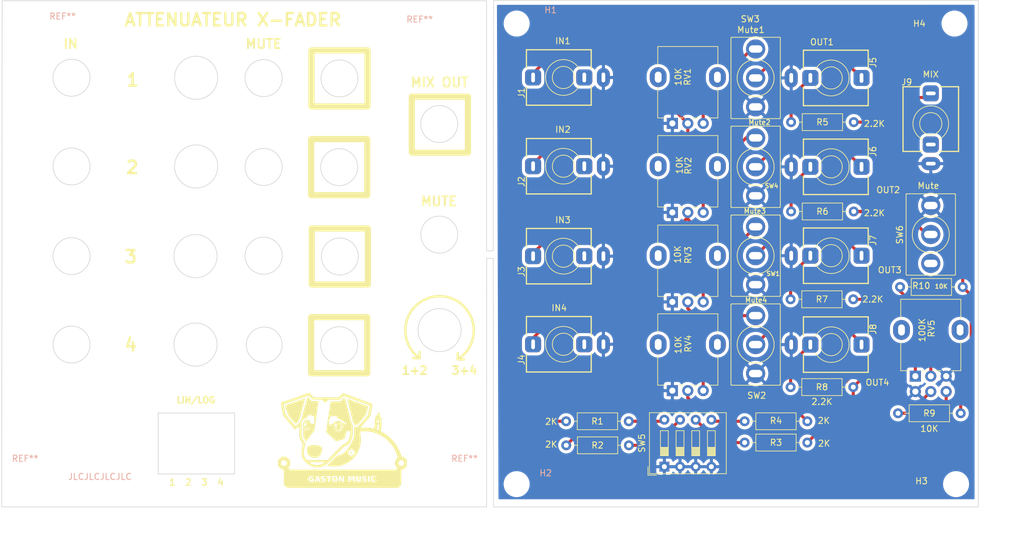
<source format=kicad_pcb>
(kicad_pcb (version 20211014) (generator pcbnew)
  (layers (0 "F.Cu" signal) (31 "B.Cu" signal) (34 "B.Paste" user) (35 "F.Paste" user) (36 "B.SilkS" user "B.Silkscreen") (37 "F.SilkS" user "F.Silkscreen") (38 "B.Mask" user) (39 "F.Mask" user) (44 "Edge.Cuts" user))
  (net 0 "")
  (net 2 "Net-(J1-PadT)")
  (net 4 "Net-(J2-PadT)")
  (net 6 "Net-(J3-PadT)")
  (net 8 "Net-(J4-PadT)")
  (net 9 "norm1")
  (net 10 "norm2")
  (net 11 "norm3")
  (net 12 "norm4")
  (net 13 "Net-(J5-PadT)")
  (net 14 "Net-(J6-PadT)")
  (net 15 "Net-(J7-PadT)")
  (net 16 "Net-(J8-PadT)")
  (net 17 "Net-(J9-PadT)")
  (net 18 "pot wp1")
  (net 20 "pot wp2")
  (net 21 "Net-(R1-Pad1)")
  (net 22 "pot wp3")
  (net 23 "Net-(R2-Pad1)")
  (net 24 "pot wp4")
  (net 25 "GND")
  (net 26 "Net-(R3-Pad1)")
  (net 27 "Net-(R4-Pad1)")
  (net 28 "Net-(R5-Pad2)")
  (net 29 "Net-(R7-Pad2)")
  (net 30 "Net-(R10-Pad1)")
  (net 31 "Net-(R9-Pad2)")
  (net 32 "Net-(R10-Pad2)")
  (footprint "Resistor_THT:R_Axial_DIN0207_L6.3mm_D2.5mm_P10.16mm_Horizontal" (layer "F.Cu") (at 154 62.5)
    (fp_text reference "R5" (at 5.08 0) (layer "F.SilkS"))
    (fp_text value "2.2K" (at 13.5 0.25) (layer "F.SilkS"))
    (pad "1" thru_hole circle (at 0 0) (size 1.6 1.6) (drill 0.8) (layers *.Cu *.Mask) (net 9 "norm1"))
    (pad "2" thru_hole oval (at 10.16 0) (size 1.6 1.6) (drill 0.8) (layers *.Cu *.Mask) (net 28 "Net-(R5-Pad2)"))
  )
  (footprint "MountingHole:MountingHole_3.2mm_M3" (layer "F.Cu") (at 180.75 121.25)
    (fp_text reference "H3" (at -5.6 -0.5) (layer "F.SilkS"))
    (fp_text value "MountingHole")
    (pad "" np_thru_hole circle (at 0 0) (size 3.2 3.2) (drill 3.2) (layers *.Cu *.Mask))
  )
  (footprint "Audio_Jack:Jack_3.5mm_QingPu_WQP-PJ301M-12_Vertical" (layer "F.Cu") (at 160.5 55.325 -90)
    (fp_text reference "J5" (at -2.5 -6.8 90) (layer "F.SilkS"))
    (fp_text value "OUT1" (at -5.825 1.5 180) (layer "F.SilkS"))
    (pad "S" thru_hole oval (at 0 6.48 270) (size 3.1 2.1) (drill oval 1.6 0.6) (layers *.Cu *.Mask) (net 25 "GND"))
    (pad "T" thru_hole roundrect (at 0 -4.92 270) (size 2.6 2.6) (drill oval 1.6 0.6) (layers *.Cu *.Mask) (net 13 "Net-(J5-PadT)"))
    (pad "TN" thru_hole roundrect (at 0 3.38 270) (size 2.6 2.6) (drill oval 1.6 0.6) (layers *.Cu *.Mask) (net 9 "norm1"))
  )
  (footprint "Potentiometer_THT:Potentiometer_Alpha_RD901F-40-00D_Single_Vertical" (layer "F.Cu") (at 134.75 62.7 90)
    (fp_text reference "RV1" (at 7.55 2.45 90) (layer "F.SilkS"))
    (fp_text value "10K" (at 7.55 0.95 90) (layer "F.SilkS"))
    (pad "" thru_hole oval locked (at 7.5 -2.3 180) (size 2.72 3.24) (drill oval 1.1 1.8) (layers *.Cu *.Mask))
    (pad "" thru_hole oval locked (at 7.5 7.3 180) (size 2.72 3.24) (drill oval 1.1 1.8) (layers *.Cu *.Mask))
    (pad "1" thru_hole rect locked (at 0 0 180) (size 1.8 1.8) (drill 1) (layers *.Cu *.Mask) (net 25 "GND"))
    (pad "2" thru_hole circle locked (at 0 2.5 180) (size 1.8 1.8) (drill 1) (layers *.Cu *.Mask) (net 18 "pot wp1"))
    (pad "3" thru_hole circle locked (at 0 5 180) (size 1.8 1.8) (drill 1) (layers *.Cu *.Mask) (net 2 "Net-(J1-PadT)"))
  )
  (footprint "Potentiometer_THT:Potentiometer_Alpha_RD902F-40-00D_Dual_Vertical" (layer "F.Cu") (at 174.15 103.725 90)
    (fp_text reference "RV5" (at 7.725 2.6 90) (layer "F.SilkS"))
    (fp_text value "100K" (at 7.475 1.1 90) (layer "F.SilkS"))
    (pad "" thru_hole oval (at 7.5 7.25 180) (size 2.72 3.24) (drill oval 1.1 1.8) (layers *.Cu *.Mask))
    (pad "" thru_hole oval (at 7.5 -2.25 180) (size 2.72 3.24) (drill oval 1.1 1.8) (layers *.Cu *.Mask))
    (pad "1" thru_hole rect (at 0 0 180) (size 1.8 1.8) (drill 1) (layers *.Cu *.Mask) (net 28 "Net-(R5-Pad2)"))
    (pad "2" thru_hole circle (at 0 2.5 180) (size 1.8 1.8) (drill 1) (layers *.Cu *.Mask) (net 32 "Net-(R10-Pad2)"))
    (pad "3" thru_hole circle (at 0 5 180) (size 1.8 1.8) (drill 1) (layers *.Cu *.Mask) (net 25 "GND"))
    (pad "4" thru_hole circle (at -2.5 0 180) (size 1.8 1.8) (drill 1) (layers *.Cu *.Mask) (net 25 "GND"))
    (pad "5" thru_hole circle (at -2.5 2.5 180) (size 1.8 1.8) (drill 1) (layers *.Cu *.Mask) (net 31 "Net-(R9-Pad2)"))
    (pad "6" thru_hole circle (at -2.5 5 180) (size 1.8 1.8) (drill 1) (layers *.Cu *.Mask) (net 29 "Net-(R7-Pad2)"))
  )
  (footprint "Audio_Jack:Jack_3.5mm_QingPu_WQP-PJ301M-12_Vertical" (layer "F.Cu") (at 117.085 98.55 90)
    (fp_text reference "J4" (at -2.5 -6.8 90) (layer "F.SilkS"))
    (fp_text value "IN4" (at 5.9 -0.685 180) (layer "F.SilkS"))
    (pad "S" thru_hole oval (at 0 6.48 90) (size 3.1 2.1) (drill oval 1.6 0.6) (layers *.Cu *.Mask) (net 25 "GND"))
    (pad "T" thru_hole roundrect (at 0 -4.92 90) (size 2.6 2.6) (drill oval 1.6 0.6) (layers *.Cu *.Mask) (net 8 "Net-(J4-PadT)"))
    (pad "TN" thru_hole roundrect (at 0 3.38 90) (size 2.6 2.6) (drill oval 1.6 0.6) (layers *.Cu *.Mask))
  )
  (footprint "Potentiometer_THT:Potentiometer_Alpha_RD901F-40-00D_Single_Vertical" (layer "F.Cu") (at 134.75 106.075 90)
    (fp_text reference "RV4" (at 7.625 2.55 90) (layer "F.SilkS"))
    (fp_text value "10K" (at 7.425 0.95 90) (layer "F.SilkS"))
    (pad "" thru_hole oval locked (at 7.5 7.3 180) (size 2.72 3.24) (drill oval 1.1 1.8) (layers *.Cu *.Mask))
    (pad "" thru_hole oval locked (at 7.5 -2.3 180) (size 2.72 3.24) (drill oval 1.1 1.8) (layers *.Cu *.Mask))
    (pad "1" thru_hole rect locked (at 0 0 180) (size 1.8 1.8) (drill 1) (layers *.Cu *.Mask) (net 25 "GND"))
    (pad "2" thru_hole circle locked (at 0 2.5 180) (size 1.8 1.8) (drill 1) (layers *.Cu *.Mask) (net 24 "pot wp4"))
    (pad "3" thru_hole circle locked (at 0 5 180) (size 1.8 1.8) (drill 1) (layers *.Cu *.Mask) (net 8 "Net-(J4-PadT)"))
  )
  (footprint "MountingHole:MountingHole_3.2mm_M3" (layer "F.Cu") (at 29.800001 121.3)
    (fp_text reference "REF**" (at 0 -4.2) (layer "B.SilkS"))
    (fp_text value "MountingHole_3.2mm_M3")
    (pad "" np_thru_hole circle locked (at 0 0) (size 3.2 3.2) (drill 3.2) (layers *.Cu *.Mask))
  )
  (footprint "Potentiometer_THT:Potentiometer_Alpha_RD901F-40-00D_Single_Vertical" (layer "F.Cu") (at 134.75 91.675 90)
    (fp_text reference "RV3" (at 7.6 2.55 90) (layer "F.SilkS"))
    (fp_text value "10K" (at 7.7 0.85 90) (layer "F.SilkS"))
    (pad "" thru_hole oval locked (at 7.5 7.3 180) (size 2.72 3.24) (drill oval 1.1 1.8) (layers *.Cu *.Mask))
    (pad "" thru_hole oval locked (at 7.5 -2.3 180) (size 2.72 3.24) (drill oval 1.1 1.8) (layers *.Cu *.Mask))
    (pad "1" thru_hole rect locked (at 0 0 180) (size 1.8 1.8) (drill 1) (layers *.Cu *.Mask) (net 25 "GND"))
    (pad "2" thru_hole circle locked (at 0 2.5 180) (size 1.8 1.8) (drill 1) (layers *.Cu *.Mask) (net 22 "pot wp3"))
    (pad "3" thru_hole circle locked (at 0 5 180) (size 1.8 1.8) (drill 1) (layers *.Cu *.Mask) (net 6 "Net-(J3-PadT)"))
  )
  (footprint "Resistor_THT:R_Axial_DIN0207_L6.3mm_D2.5mm_P10.16mm_Horizontal" (layer "F.Cu") (at 127.7 114.95 180)
    (fp_text reference "R2" (at 5.08 0) (layer "F.SilkS"))
    (fp_text value "2K" (at 12.6 0.15) (layer "F.SilkS"))
    (pad "1" thru_hole circle (at 0 0 180) (size 1.6 1.6) (drill 0.8) (layers *.Cu *.Mask) (net 23 "Net-(R2-Pad1)"))
    (pad "2" thru_hole oval (at 10.16 0 180) (size 1.6 1.6) (drill 0.8) (layers *.Cu *.Mask) (net 20 "pot wp2"))
  )
  (footprint "Audio_Jack:Jack_3.5mm_QingPu_WQP-PJ301M-12_Vertical" (layer "F.Cu") (at 160.5 84.175 -90)
    (fp_text reference "J7" (at -2.5 -6.8 90) (layer "F.SilkS"))
    (fp_text value "OUT3" (at 2.325 -9.5) (layer "F.SilkS"))
    (pad "S" thru_hole oval (at 0 6.48 270) (size 3.1 2.1) (drill oval 1.6 0.6) (layers *.Cu *.Mask) (net 25 "GND"))
    (pad "T" thru_hole roundrect (at 0 -4.92 270) (size 2.6 2.6) (drill oval 1.6 0.6) (layers *.Cu *.Mask) (net 15 "Net-(J7-PadT)"))
    (pad "TN" thru_hole roundrect (at 0 3.38 270) (size 2.6 2.6) (drill oval 1.6 0.6) (layers *.Cu *.Mask) (net 11 "norm3"))
  )
  (footprint "Audio_Jack:Jack_3.5mm_QingPu_WQP-PJ301M-12_Vertical" (layer "F.Cu") (at 160.5 98.6 -90)
    (fp_text reference "J8" (at -2.5 -6.8 90) (layer "F.SilkS"))
    (fp_text value "OUT4" (at 6.15 -7.5 180) (layer "F.SilkS"))
    (pad "S" thru_hole oval (at 0 6.48 270) (size 3.1 2.1) (drill oval 1.6 0.6) (layers *.Cu *.Mask) (net 25 "GND"))
    (pad "T" thru_hole roundrect (at 0 -4.92 270) (size 2.6 2.6) (drill oval 1.6 0.6) (layers *.Cu *.Mask) (net 16 "Net-(J8-PadT)"))
    (pad "TN" thru_hole roundrect (at 0 3.38 270) (size 2.6 2.6) (drill oval 1.6 0.6) (layers *.Cu *.Mask) (net 12 "norm4"))
  )
  (footprint "Resistor_THT:R_Axial_DIN0207_L6.3mm_D2.5mm_P10.16mm_Horizontal" (layer "F.Cu") (at 146.47 114.5)
    (fp_text reference "R3" (at 5.08 0) (layer "F.SilkS"))
    (fp_text value "2K" (at 12.88 0.15) (layer "F.SilkS"))
    (pad "1" thru_hole circle (at 0 0) (size 1.6 1.6) (drill 0.8) (layers *.Cu *.Mask) (net 26 "Net-(R3-Pad1)"))
    (pad "2" thru_hole oval (at 10.16 0) (size 1.6 1.6) (drill 0.8) (layers *.Cu *.Mask) (net 22 "pot wp3"))
  )
  (footprint "4MS_switch:Switch_Toggle_SPDT_Mini_SolderLug" (layer "F.Cu") (at 148.25 55.325 180)
    (fp_text reference "SW3" (at -0.75 8.975) (layer "F.SilkS") (effects (justify right bottom)))
    (fp_text value "Mute1" (at -1.55 7.225) (layer "F.SilkS") (effects (justify right bottom)))
    (pad "1" thru_hole circle locked (at 0 -4.7 180) (size 3.1 3.1) (drill oval 2.2 1.2) (layers *.Cu *.Mask) (net 25 "GND"))
    (pad "2" thru_hole circle locked (at 0 0 180) (size 3.1 3.1) (drill oval 2.2 1.2) (layers *.Cu *.Mask) (net 13 "Net-(J5-PadT)"))
    (pad "3" thru_hole circle locked (at 0 4.7 180) (size 3.1 3.1) (drill oval 2.2 1.2) (layers *.Cu *.Mask) (net 18 "pot wp1"))
  )
  (footprint "Resistor_THT:R_Axial_DIN0207_L6.3mm_D2.5mm_P10.16mm_Horizontal" (layer "F.Cu") (at 146.47 111.05)
    (fp_text reference "R4" (at 5.08 -0.1) (layer "F.SilkS"))
    (fp_text value "2K" (at 12.83 -0.1) (layer "F.SilkS"))
    (pad "1" thru_hole circle (at 0 0) (size 1.6 1.6) (drill 0.8) (layers *.Cu *.Mask) (net 27 "Net-(R4-Pad1)"))
    (pad "2" thru_hole oval (at 10.16 0) (size 1.6 1.6) (drill 0.8) (layers *.Cu *.Mask) (net 24 "pot wp4"))
  )
  (footprint "Resistor_THT:R_Axial_DIN0207_L6.3mm_D2.5mm_P10.16mm_Horizontal" (layer "F.Cu") (at 181.5 109.75 180)
    (fp_text reference "R9" (at 5.08 0) (layer "F.SilkS"))
    (fp_text value "10K" (at 5.08 -2.5) (layer "F.SilkS"))
    (pad "1" thru_hole circle (at 0 0 180) (size 1.6 1.6) (drill 0.8) (layers *.Cu *.Mask) (net 30 "Net-(R10-Pad1)"))
    (pad "2" thru_hole oval (at 10.16 0 180) (size 1.6 1.6) (drill 0.8) (layers *.Cu *.Mask) (net 31 "Net-(R9-Pad2)"))
  )
  (footprint "Resistor_THT:R_Axial_DIN0207_L6.3mm_D2.5mm_P10.16mm_Horizontal" (layer "F.Cu") (at 127.68 111.05 180)
    (fp_text reference "R1" (at 5.08 0) (layer "F.SilkS"))
    (fp_text value "2K" (at 12.58 -0.05) (layer "F.SilkS"))
    (pad "1" thru_hole circle (at 0 0 180) (size 1.6 1.6) (drill 0.8) (layers *.Cu *.Mask) (net 21 "Net-(R1-Pad1)"))
    (pad "2" thru_hole oval (at 10.16 0 180) (size 1.6 1.6) (drill 0.8) (layers *.Cu *.Mask) (net 18 "pot wp1"))
  )
  (footprint "MountingHole:MountingHole_3.2mm_M3" (layer "F.Cu") (at 100.800001 46.55)
    (fp_text reference "REF**" (at -7.025 -0.725) (layer "B.SilkS"))
    (fp_text value "MountingHole_3.2mm_M3")
    (pad "" np_thru_hole circle locked (at 0 0) (size 3.2 3.2) (drill 3.2) (layers *.Cu *.Mask))
  )
  (footprint "Audio_Jack:Jack_3.5mm_QingPu_WQP-PJ301M-12_Vertical" (layer "F.Cu") (at 117.085 55.25 90)
    (fp_text reference "J1" (at -2.5 -6.8 90) (layer "F.SilkS"))
    (fp_text value "IN1" (at 5.925 -0.085) (layer "F.SilkS"))
    (pad "S" thru_hole oval (at 0 6.48 90) (size 3.1 2.1) (drill oval 1.6 0.6) (layers *.Cu *.Mask) (net 25 "GND"))
    (pad "T" thru_hole roundrect (at 0 -4.92 90) (size 2.6 2.6) (drill oval 1.6 0.6) (layers *.Cu *.Mask) (net 2 "Net-(J1-PadT)"))
    (pad "TN" thru_hole roundrect (at 0 3.38 90) (size 2.6 2.6) (drill oval 1.6 0.6) (layers *.Cu *.Mask))
  )
  (footprint "Potentiometer_THT:Potentiometer_Alpha_RD901F-40-00D_Single_Vertical" (layer "F.Cu") (at 134.75 77.15 90)
    (fp_text reference "RV2" (at 7.575 2.55 90) (layer "F.SilkS"))
    (fp_text value "10K" (at 7.675 1.15 90) (layer "F.SilkS"))
    (pad "" thru_hole oval locked (at 7.5 -2.3 180) (size 2.72 3.24) (drill oval 1.1 1.8) (layers *.Cu *.Mask))
    (pad "" thru_hole oval locked (at 7.5 7.3 180) (size 2.72 3.24) (drill oval 1.1 1.8) (layers *.Cu *.Mask))
    (pad "1" thru_hole rect locked (at 0 0 180) (size 1.8 1.8) (drill 1) (layers *.Cu *.Mask) (net 25 "GND"))
    (pad "2" thru_hole circle locked (at 0 2.5 180) (size 1.8 1.8) (drill 1) (layers *.Cu *.Mask) (net 20 "pot wp2"))
    (pad "3" thru_hole circle locked (at 0 5 180) (size 1.8 1.8) (drill 1) (layers *.Cu *.Mask) (net 4 "Net-(J2-PadT)"))
  )
  (footprint "MountingHole:MountingHole_3.2mm_M3" (layer "F.Cu") (at 101.050001 121.3)
    (fp_text reference "REF**" (at 0 -4.2) (layer "B.SilkS"))
    (fp_text value "MountingHole_3.2mm_M3")
    (pad "" np_thru_hole circle locked (at 0 0) (size 3.2 3.2) (drill 3.2) (layers *.Cu *.Mask))
  )
  (footprint "Resistor_THT:R_Axial_DIN0207_L6.3mm_D2.5mm_P10.16mm_Horizontal" (layer "F.Cu") (at 153.92 105.5)
    (fp_text reference "R8" (at 5.08 0) (layer "F.SilkS"))
    (fp_text value "2.2K" (at 5.08 2.37) (layer "F.SilkS"))
    (pad "1" thru_hole circle (at 0 0) (size 1.6 1.6) (drill 0.8) (layers *.Cu *.Mask) (net 12 "norm4"))
    (pad "2" thru_hole oval (at 10.16 0) (size 1.6 1.6) (drill 0.8) (layers *.Cu *.Mask) (net 29 "Net-(R7-Pad2)"))
  )
  (footprint "4MS_switch:Switch_Toggle_SPDT_Mini_SolderLug" (layer "F.Cu") (at 176.65 80.7275 180)
    (fp_text reference "SW6" (at 4.45 1.5775 90) (layer "F.SilkS") (effects (justify right bottom)))
    (fp_text value "Mute" (at -1.45 7.3275) (layer "F.SilkS") (effects (justify right bottom)))
    (pad "1" thru_hole circle locked (at 0 -4.7 180) (size 3.1 3.1) (drill oval 2.2 1.2) (layers *.Cu *.Mask) (net 25 "GND"))
    (pad "2" thru_hole circle locked (at 0 0 180) (size 3.1 3.1) (drill oval 2.2 1.2) (layers *.Cu *.Mask) (net 17 "Net-(J9-PadT)"))
    (pad "3" thru_hole circle locked (at 0 4.7 180) (size 3.1 3.1) (drill oval 2.2 1.2) (layers *.Cu *.Mask) (net 30 "Net-(R10-Pad1)"))
  )
  (footprint "4MS_switch:Switch_Toggle_SPDT_Mini_SolderLug" (layer "F.Cu") (at 148.25 98.6 180)
    (fp_text reference "SW2" (at -1.8 -8.85) (layer "F.SilkS") (effects (justify right bottom)))
    (fp_text value "Mute4" (at -1.95 6.75) (layer "F.SilkS") (effects (font (size 0.8 0.8)) (justify right bottom)))
    (pad "1" thru_hole circle locked (at 0 -4.7 180) (size 3.1 3.1) (drill oval 2.2 1.2) (layers *.Cu *.Mask) (net 25 "GND"))
    (pad "2" thru_hole circle locked (at 0 0 180) (size 3.1 3.1) (drill oval 2.2 1.2) (layers *.Cu *.Mask) (net 16 "Net-(J8-PadT)"))
    (pad "3" thru_hole circle locked (at 0 4.7 180) (size 3.1 3.1) (drill oval 2.2 1.2) (layers *.Cu *.Mask) (net 24 "pot wp4"))
  )
  (footprint "MountingHole:MountingHole_3.2mm_M3" (layer "F.Cu") (at 109.5 46.5)
    (fp_text reference "H1" (at 5.5 -2.2) (layer "B.SilkS"))
    (fp_text value "MountingHole")
    (pad "" np_thru_hole circle locked (at 0 0) (size 3.2 3.2) (drill 3.2) (layers *.Cu *.Mask))
  )
  (footprint "Button_Switch_THT:SW_DIP_SPSTx04_Slide_9.78x12.34mm_W7.62mm_P2.54mm" (layer "F.Cu") (at 133.45 118.4175 90)
    (fp_text reference "SW5" (at 3.8175 -3.65 90) (layer "F.SilkS"))
    (fp_text value "LIN/LOG")
    (pad "1" thru_hole rect (at 0 0 90) (size 1.6 1.6) (drill 0.8) (layers *.Cu *.Mask) (net 25 "GND"))
    (pad "2" thru_hole oval (at 0 2.54 90) (size 1.6 1.6) (drill 0.8) (layers *.Cu *.Mask) (net 25 "GND"))
    (pad "3" thru_hole oval (at 0 5.08 90) (size 1.6 1.6) (drill 0.8) (layers *.Cu *.Mask) (net 25 "GND"))
    (pad "4" thru_hole oval (at 0 7.62 90) (size 1.6 1.6) (drill 0.8) (layers *.Cu *.Mask) (net 25 "GND"))
    (pad "5" thru_hole oval (at 7.62 7.62 90) (size 1.6 1.6) (drill 0.8) (layers *.Cu *.Mask) (net 27 "Net-(R4-Pad1)"))
    (pad "6" thru_hole oval (at 7.62 5.08 90) (size 1.6 1.6) (drill 0.8) (layers *.Cu *.Mask) (net 26 "Net-(R3-Pad1)"))
    (pad "7" thru_hole oval (at 7.62 2.54 90) (size 1.6 1.6) (drill 0.8) (layers *.Cu *.Mask) (net 23 "Net-(R2-Pad1)"))
    (pad "8" thru_hole oval (at 7.62 0 90) (size 1.6 1.6) (drill 0.8) (layers *.Cu *.Mask) (net 21 "Net-(R1-Pad1)"))
  )
  (footprint "Resistor_THT:R_Axial_DIN0207_L6.3mm_D2.5mm_P10.16mm_Horizontal" (layer "F.Cu") (at 181.83 89.25 180)
    (fp_text reference "R10" (at 6.73 0.2) (layer "F.SilkS"))
    (fp_text value "10K" (at 3.48 0.1) (layer "F.SilkS") (effects (font (size 0.7 0.7))))
    (pad "1" thru_hole circle (at 0 0 180) (size 1.6 1.6) (drill 0.8) (layers *.Cu *.Mask) (net 30 "Net-(R10-Pad1)"))
    (pad "2" thru_hole oval (at 10.16 0 180) (size 1.6 1.6) (drill 0.8) (layers *.Cu *.Mask) (net 32 "Net-(R10-Pad2)"))
  )
  (footprint "MountingHole:MountingHole_3.2mm_M3" (layer "F.Cu") (at 109.5 121.25)
    (fp_text reference "H2" (at 4.7 -1.8) (layer "B.SilkS"))
    (fp_text value "MountingHole")
    (pad "" np_thru_hole circle locked (at 0 0) (size 3.2 3.2) (drill 3.2) (layers *.Cu *.Mask))
  )
  (footprint "MountingHole:MountingHole_3.2mm_M3" (layer "F.Cu") (at 180.5 46.5)
    (fp_text reference "H4" (at -5.7 0) (layer "F.SilkS"))
    (fp_text value "MountingHole")
    (pad "" np_thru_hole circle (at 0 0) (size 3.2 3.2) (drill 3.2) (layers *.Cu *.Mask))
  )
  (footprint "Logos:Gaston Music-big" (layer "F.Cu") (at 81.250001 116.276692)
    (fp_text reference "G***" hide)
    (fp_text value "LOGO" hide)
  )
  (footprint "4MS_switch:Switch_Toggle_SPDT_Mini_SolderLug" (layer "F.Cu") (at 148.25 69.75 180)
    (fp_text reference "SW4" (at -3.75 -3.5) (layer "F.SilkS") (effects (font (size 0.7 0.7)) (justify right bottom)))
    (fp_text value "Mute2" (at -2.5 6.75) (layer "F.SilkS") (effects (font (size 0.8 0.8)) (justify right bottom)))
    (pad "1" thru_hole circle locked (at 0 -4.7 180) (size 3.1 3.1) (drill oval 2.2 1.2) (layers *.Cu *.Mask) (net 25 "GND"))
    (pad "2" thru_hole circle locked (at 0 0 180) (size 3.1 3.1) (drill oval 2.2 1.2) (layers *.Cu *.Mask) (net 14 "Net-(J6-PadT)"))
    (pad "3" thru_hole circle locked (at 0 4.7 180) (size 3.1 3.1) (drill oval 2.2 1.2) (layers *.Cu *.Mask) (net 20 "pot wp2"))
  )
  (footprint "Audio_Jack:Jack_3.5mm_QingPu_WQP-PJ301M-12_Vertical" (layer "F.Cu") (at 117.085 69.65 90)
    (fp_text reference "J2" (at -2.5 -6.8 90) (layer "F.SilkS"))
    (fp_text value "IN2" (at 5.95 -0.085 180) (layer "F.SilkS"))
    (pad "S" thru_hole oval (at 0 6.48 90) (size 3.1 2.1) (drill oval 1.6 0.6) (layers *.Cu *.Mask) (net 25 "GND"))
    (pad "T" thru_hole roundrect (at 0 -4.92 90) (size 2.6 2.6) (drill oval 1.6 0.6) (layers *.Cu *.Mask) (net 4 "Net-(J2-PadT)"))
    (pad "TN" thru_hole roundrect (at 0 3.38 90) (size 2.6 2.6) (drill oval 1.6 0.6) (layers *.Cu *.Mask))
  )
  (footprint "Audio_Jack:Jack_3.5mm_QingPu_WQP-PJ301M-12_Vertical" (layer "F.Cu") (at 117.085 84.25 90)
    (fp_text reference "J3" (at -2.5 -6.8 90) (layer "F.SilkS"))
    (fp_text value "IN3" (at 5.875 -0.085 180) (layer "F.SilkS"))
    (pad "S" thru_hole oval (at 0 6.48 90) (size 3.1 2.1) (drill oval 1.6 0.6) (layers *.Cu *.Mask) (net 25 "GND"))
    (pad "T" thru_hole roundrect (at 0 -4.92 90) (size 2.6 2.6) (drill oval 1.6 0.6) (layers *.Cu *.Mask) (net 6 "Net-(J3-PadT)"))
    (pad "TN" thru_hole roundrect (at 0 3.38 90) (size 2.6 2.6) (drill oval 1.6 0.6) (layers *.Cu *.Mask))
  )
  (footprint "Audio_Jack:Jack_3.5mm_QingPu_WQP-PJ301M-12_Vertical" (layer "F.Cu") (at 160.5 69.75 -90)
    (fp_text reference "J6" (at -2.5 -6.8 90) (layer "F.SilkS"))
    (fp_text value "OUT2" (at 3.75 -9.25 180) (layer "F.SilkS"))
    (pad "S" thru_hole oval locked (at 0 6.48 270) (size 3.1 2.1) (drill oval 1.6 0.6) (layers *.Cu *.Mask) (net 25 "GND"))
    (pad "T" thru_hole roundrect locked (at 0 -4.92 270) (size 2.6 2.6) (drill oval 1.6 0.6) (layers *.Cu *.Mask) (net 14 "Net-(J6-PadT)"))
    (pad "TN" thru_hole roundrect locked (at 0 3.38 270) (size 2.6 2.6) (drill oval 1.6 0.6) (layers *.Cu *.Mask) (net 10 "norm2"))
  )
  (footprint "MountingHole:MountingHole_3.2mm_M3" (layer "F.Cu") (at 29.800001 46.55)
    (fp_text reference "REF**" (at 6.075 -1.225) (layer "B.SilkS"))
    (fp_text value "MountingHole_3.2mm_M3")
    (pad "" np_thru_hole circle locked (at 0 0) (size 3.2 3.2) (drill 3.2) (layers *.Cu *.Mask))
  )
  (footprint "Resistor_THT:R_Axial_DIN0207_L6.3mm_D2.5mm_P10.16mm_Horizontal" (layer "F.Cu") (at 153.92 91.25)
    (fp_text reference "R7" (at 5.08 0) (layer "F.SilkS"))
    (fp_text value "2.2K" (at 13.33 0) (layer "F.SilkS"))
    (pad "1" thru_hole circle (at 0 0) (size 1.6 1.6) (drill 0.8) (layers *.Cu *.Mask) (net 11 "norm3"))
    (pad "2" thru_hole oval (at 10.16 0) (size 1.6 1.6) (drill 0.8) (layers *.Cu *.Mask) (net 29 "Net-(R7-Pad2)"))
  )
  (footprint "4MS_switch:Switch_Toggle_SPDT_Mini_SolderLug" (layer "F.Cu") (at 148.25 84.175 180)
    (fp_text reference "SW1" (at -4 -3.325) (layer "F.SilkS") (effects (font (size 0.7 0.7)) (justify right bottom)))
    (fp_text value "Mute3" (at -1.75 6.775) (layer "F.SilkS") (effects (font (size 0.8 0.8)) (justify right bottom)))
    (pad "1" thru_hole circle locked (at 0 -4.7 180) (size 3.1 3.1) (drill oval 2.2 1.2) (layers *.Cu *.Mask) (net 25 "GND"))
    (pad "2" thru_hole circle locked (at 0 0 180) (size 3.1 3.1) (drill oval 2.2 1.2) (layers *.Cu *.Mask) (net 15 "Net-(J7-PadT)"))
    (pad "3" thru_hole circle locked (at 0 4.7 180) (size 3.1 3.1) (drill oval 2.2 1.2) (layers *.Cu *.Mask) (net 22 "pot wp3"))
  )
  (footprint "Resistor_THT:R_Axial_DIN0207_L6.3mm_D2.5mm_P10.16mm_Horizontal" (layer "F.Cu") (at 154 77)
    (fp_text reference "R6" (at 5.08 0) (layer "F.SilkS"))
    (fp_text value "2.2K" (at 13.5 0.25) (layer "F.SilkS"))
    (pad "1" thru_hole circle (at 0 0) (size 1.6 1.6) (drill 0.8) (layers *.Cu *.Mask) (net 10 "norm2"))
    (pad "2" thru_hole oval (at 10.16 0) (size 1.6 1.6) (drill 0.8) (layers *.Cu *.Mask) (net 28 "Net-(R5-Pad2)"))
  )
  (footprint "Audio_Jack:Jack_3.5mm_QingPu_WQP-PJ301M-12_Vertical" (layer "F.Cu") (at 176.65 62.75)
    (fp_text reference "J9" (at -3.9 -6.75) (layer "F.SilkS"))
    (fp_text value "MIX" (at 0 -8) (layer "F.SilkS"))
    (pad "S" thru_hole oval (at 0 6.48) (size 3.1 2.1) (drill oval 1.6 0.6) (layers *.Cu *.Mask) (net 25 "GND"))
    (pad "T" thru_hole roundrect (at 0 -4.92) (size 2.6 2.6) (drill oval 1.6 0.6) (layers *.Cu *.Mask) (net 17 "Net-(J9-PadT)"))
    (pad "TN" thru_hole roundrect (at 0 3.38) (size 2.6 2.6) (drill oval 1.6 0.6) (layers *.Cu *.Mask))
  )
  (gr_rect locked (start 92.500001 58.35) (end 101.600001 67.45) (layer "F.SilkS") (width 1) (fill none))
  (gr_line locked (start 99.950001 101) (end 100.95 101) (layer "F.SilkS") (width 0.4))
  (gr_rect locked (start 76.175001 65.25) (end 85.275001 74.35) (layer "F.SilkS") (width 1) (fill none))
  (gr_rect locked (start 76.225001 50.85) (end 85.325001 59.95) (layer "F.SilkS") (width 1) (fill none))
  (gr_rect locked (start 76.175001 94.15) (end 85.275001 103.25) (layer "F.SilkS") (width 1) (fill none))
  (gr_rect locked (start 76.275001 79.75) (end 85.375001 88.85) (layer "F.SilkS") (width 1) (fill none))
  (gr_line locked (start 93.750001 100.799999) (end 93.750001 99.8) (layer "F.SilkS") (width 0.4))
  (gr_arc locked (start 93.750001 100.799999) (mid 97.17252 90.751782) (end 99.964143 100.993224) (layer "F.SilkS") (width 0.4))
  (gr_line locked (start 92.750001 100.8) (end 93.750001 100.799999) (layer "F.SilkS") (width 0.4))
  (gr_line locked (start 99.95 100) (end 99.950001 101) (layer "F.SilkS") (width 0.4))
  (gr_circle locked (center 37.325001 55.293112) (end 40.325001 55.293112) (layer "Edge.Cuts") (width 0.1) (fill none))
  (gr_circle locked (center 37.325001 69.693112) (end 40.325001 69.693112) (layer "Edge.Cuts") (width 0.1) (fill none))
  (gr_circle locked (center 68.468113 55.35) (end 70.518113 57.55) (layer "Edge.Cuts") (width 0.1) (fill none))
  (gr_circle locked (center 57.425001 84.243112) (end 59.525001 87.043112) (layer "Edge.Cuts") (width 0.1) (fill none))
  (gr_circle locked (center 57.525001 55.293112) (end 59.625001 58.093112) (layer "Edge.Cuts") (width 0.1) (fill none))
  (gr_circle locked (center 80.825001 84.3) (end 83.825001 84.3) (layer "Edge.Cuts") (width 0.1) (fill none))
  (gr_circle locked (center 80.775001 55.4) (end 83.775001 55.4) (layer "Edge.Cuts") (width 0.1) (fill none))
  (gr_poly (pts (xy 184.35 124.95) (xy 105.75 124.95) (xy 105.7 84.6) (xy 104.642076 84.6) (xy 104.625001 124.95) (xy 26.075001 124.95) (xy 26 124.9) (xy 26.075001 42.8) (xy 104.625001 42.8) (xy 104.625001 83.4) (xy 105.7 83.4) (xy 105.75 42.75) (xy 184.35 42.75)) (layer "Edge.Cuts") (width 0.1) (fill none))
  (gr_circle locked (center 68.568113 98.65) (end 70.468113 100.85) (layer "Edge.Cuts") (width 0.1) (fill none))
  (gr_circle locked (center 57.525001 69.693112) (end 59.625001 72.493112) (layer "Edge.Cuts") (width 0.1) (fill none))
  (gr_circle locked (center 97.000001 96.25) (end 99.100001 99.05) (layer "Edge.Cuts") (width 0.1) (fill none))
  (gr_circle locked (center 68.468113 69.775) (end 70.518113 71.975) (layer "Edge.Cuts") (width 0.1) (fill none))
  (gr_circle locked (center 68.468113 84.175) (end 70.518113 86.375) (layer "Edge.Cuts") (width 0.1) (fill none))
  (gr_circle locked (center 37.325001 98.593112) (end 40.325001 98.593112) (layer "Edge.Cuts") (width 0.1) (fill none))
  (gr_circle locked (center 80.725001 98.7) (end 83.725001 98.7) (layer "Edge.Cuts") (width 0.1) (fill none))
  (gr_circle locked (center 37.325001 84.243112) (end 40.325001 84.243112) (layer "Edge.Cuts") (width 0.1) (fill none))
  (gr_rect locked (start 51.375001 109.7) (end 63.775001 119.6) (layer "Edge.Cuts") (width 0.1) (fill none))
  (gr_circle locked (center 96.950001 80.75) (end 99.950001 80.75) (layer "Edge.Cuts") (width 0.1) (fill none))
  (gr_circle locked (center 57.425001 98.593112) (end 59.525001 101.393112) (layer "Edge.Cuts") (width 0.1) (fill none))
  (gr_circle locked (center 80.725001 69.8) (end 83.725001 69.8) (layer "Edge.Cuts") (width 0.1) (fill none))
  (gr_circle locked (center 96.950001 62.8) (end 99.950001 62.8) (layer "Edge.Cuts") (width 0.1) (fill none))
  (gr_text "JLCJLCJLCJLC" (at 41.925001 120.0425) (layer "B.SilkS") (effects (font (size 1 1))))
  (gr_text "4" (at 46.925001 98.65) (layer "F.SilkS") (effects (font (size 2 2) (thickness 0.4))))
  (gr_text "1" (at 47.225001 55.65) (layer "F.SilkS") (effects (font (size 2 2) (thickness 0.4))))
  (gr_text "MIX OUT" (at 97.000001 56.05) (layer "F.SilkS") (effects (font (size 1.5 1.5) (thickness 0.3))))
  (gr_text "1+2    3+4" (at 97.000001 102.8) (layer "F.SilkS") (effects (font (size 1.3 1.3) (thickness 0.3))))
  (gr_text "3" (at 46.925001 84.35) (layer "F.SilkS") (effects (font (size 2 2) (thickness 0.4))))
  (gr_text "1  2  3  4" (at 57.575001 120.9425) (layer "F.SilkS") (effects (font (size 1.05 1.05) (thickness 0.2))))
  (gr_text "LIN/LOG" (at 57.500001 107.6) (layer "F.SilkS") (effects (font (size 1 1) (thickness 0.25))))
  (gr_text "MUTE" (at 96.900001 75.35) (layer "F.SilkS") (effects (font (size 1.5 1.5) (thickness 0.3))))
  (gr_text "MUTE" (at 68.468113 49.8) (layer "F.SilkS") (effects (font (size 1.5 1.5) (thickness 0.3))))
  (gr_text "2" (at 47.175001 69.85) (layer "F.SilkS") (effects (font (size 2 2) (thickness 0.4))))
  (gr_text "IN" (at 37.175001 49.8) (layer "F.SilkS") (effects (font (size 1.5 1.5) (thickness 0.3))))
  (gr_text "ATTENUATEUR X-FADER" (at 63.500001 45.9) (layer "F.SilkS") (effects (font (size 2 2) (thickness 0.4))))
  (segment (start 112.165 55.25) (end 112.165 54.585) (width 0.5) (layer "F.Cu") (net 2))
  (segment (start 118.6 48.15) (end 134.55 48.15) (width 0.5) (layer "F.Cu") (net 2))
  (segment (start 139.75 53.35) (end 139.75 62.7) (width 0.5) (layer "F.Cu") (net 2))
  (segment (start 112.165 54.585) (end 118.6 48.15) (width 0.5) (layer "F.Cu") (net 2))
  (segment (start 134.55 48.15) (end 139.75 53.35) (width 0.5) (layer "F.Cu") (net 2))
  (segment (start 112.165 69.285) (end 118.1 63.35) (width 0.5) (layer "F.Cu") (net 4))
  (segment (start 139.8 71.6) (end 139.75 71.65) (width 0.5) (layer "F.Cu") (net 4))
  (segment (start 139.7 71.6) (end 139.8 71.6) (width 0.5) (layer "F.Cu") (net 4))
  (segment (start 131.45 63.35) (end 139.7 71.6) (width 0.5) (layer "F.Cu") (net 4))
  (segment (start 118.1 63.35) (end 131.45 63.35) (width 0.5) (layer "F.Cu") (net 4))
  (segment (start 112.165 69.65) (end 112.165 69.285) (width 0.5) (layer "F.Cu") (net 4))
  (segment (start 139.75 71.65) (end 139.75 77.15) (width 0.5) (layer "F.Cu") (net 4))
  (segment (start 139.75 87.9) (end 139.75 91.675) (width 0.5) (layer "F.Cu") (net 6))
  (segment (start 112.165 83.785) (end 115.2 80.75) (width 0.5) (layer "F.Cu") (net 6))
  (segment (start 132.6 80.75) (end 139.75 87.9) (width 0.5) (layer "F.Cu") (net 6))
  (segment (start 112.165 84.25) (end 112.165 83.785) (width 0.5) (layer "F.Cu") (net 6))
  (segment (start 115.2 80.75) (end 132.6 80.75) (width 0.5) (layer "F.Cu") (net 6))
  (segment (start 131 91.6) (end 139.75 100.35) (width 0.5) (layer "F.Cu") (net 8))
  (segment (start 112.165 97.535) (end 118.1 91.6) (width 0.5) (layer "F.Cu") (net 8))
  (segment (start 112.165 98.55) (end 112.165 97.535) (width 0.5) (layer "F.Cu") (net 8))
  (segment (start 118.1 91.6) (end 131 91.6) (width 0.5) (layer "F.Cu") (net 8))
  (segment (start 139.75 100.35) (end 139.75 106.075) (width 0.5) (layer "F.Cu") (net 8))
  (segment (start 154 58.445) (end 157.12 55.325) (width 0.5) (layer "F.Cu") (net 9))
  (segment (start 154 62.5) (end 154 58.445) (width 0.5) (layer "F.Cu") (net 9))
  (segment (start 157.12 69.75) (end 154 72.87) (width 0.5) (layer "F.Cu") (net 10))
  (segment (start 154 72.87) (end 154 77) (width 0.5) (layer "F.Cu") (net 10))
  (segment (start 157.12 84.175) (end 153.92 87.375) (width 0.5) (layer "F.Cu") (net 11))
  (segment (start 153.92 87.375) (end 153.92 91.25) (width 0.5) (layer "F.Cu") (net 11))
  (segment (start 153.92 101.8) (end 153.92 105.5) (width 0.5) (layer "F.Cu") (net 12))
  (segment (start 157.12 98.6) (end 153.92 101.8) (width 0.5) (layer "F.Cu") (net 12))
  (segment (start 161.595 51.5) (end 165.42 55.325) (width 0.5) (layer "F.Cu") (net 13))
  (segment (start 148.25 55.325) (end 152.075 51.5) (width 0.5) (layer "F.Cu") (net 13))
  (segment (start 152.075 51.5) (end 161.595 51.5) (width 0.5) (layer "F.Cu") (net 13))
  (segment (start 148.25 69.75) (end 152 66) (width 0.5) (layer "F.Cu") (net 14))
  (segment (start 152 66) (end 161.67 66) (width 0.5) (layer "F.Cu") (net 14))
  (segment (start 161.67 66) (end 165.42 69.75) (width 0.5) (layer "F.Cu") (net 14))
  (segment (start 161.745 80.5) (end 165.42 84.175) (width 0.5) (layer "F.Cu") (net 15))
  (segment (start 148.25 84.175) (end 151.925 80.5) (width 0.5) (layer "F.Cu") (net 15))
  (segment (start 151.925 80.5) (end 161.745 80.5) (width 0.5) (layer "F.Cu") (net 15))
  (segment (start 148.25 98.6) (end 151.85 95) (width 0.5) (layer "F.Cu") (net 16))
  (segment (start 162 95) (end 165.42 98.42) (width 0.5) (layer "F.Cu") (net 16))
  (segment (start 151.85 95) (end 162 95) (width 0.5) (layer "F.Cu") (net 16))
  (segment (start 165.42 98.42) (end 165.42 98.6) (width 0.5) (layer "F.Cu") (net 16))
  (segment (start 175.98 58.5) (end 174.25 58.5) (width 0.5) (layer "F.Cu") (net 17))
  (segment (start 175.9775 80.7275) (end 176.65 80.7275) (width 0.5) (layer "F.Cu") (net 17))
  (segment (start 174.25 58.5) (end 173 59.75) (width 0.5) (layer "F.Cu") (net 17))
  (segment (start 176.65 57.83) (end 175.98 58.5) (width 0.5) (layer "F.Cu") (net 17))
  (segment (start 173 59.75) (end 173 77.75) (width 0.5) (layer "F.Cu") (net 17))
  (segment (start 173 77.75) (end 175.9775 80.7275) (width 0.5) (layer "F.Cu") (net 17))
  (segment (start 147.625 50.625) (end 148.25 50.625) (width 0.5) (layer "F.Cu") (net 18))
  (segment (start 114.6 111.05) (end 107.25 103.7) (width 0.5) (layer "F.Cu") (net 18))
  (segment (start 117.52 111.05) (end 114.6 111.05) (width 0.5) (layer "F.Cu") (net 18))
  (segment (start 145.5 52.75) (end 147.625 50.625) (width 0.5) (layer "F.Cu") (net 18))
  (segment (start 107.25 70.65) (end 117.2 60.7) (width 0.5) (layer "F.Cu") (net 18))
  (segment (start 141.75 65.25) (end 145.5 61.5) (width 0.5) (layer "F.Cu") (net 18))
  (segment (start 138.25 65.25) (end 141.75 65.25) (width 0.5) (layer "F.Cu") (net 18))
  (segment (start 137.25 64.25) (end 138.25 65.25) (width 0.5) (layer "F.Cu") (net 18))
  (segment (start 145.5 61.5) (end 145.5 52.75) (width 0.5) (layer "F.Cu") (net 18))
  (segment (start 135.25 60.7) (end 137.25 62.7) (width 0.5) (layer "F.Cu") (net 18))
  (segment (start 107.25 103.7) (end 107.25 70.65) (width 0.5) (layer "F.Cu") (net 18))
  (segment (start 137.25 62.7) (end 137.25 64.25) (width 0.5) (layer "F.Cu") (net 18))
  (segment (start 117.2 60.7) (end 135.25 60.7) (width 0.5) (layer "F.Cu") (net 18))
  (segment (start 120.09 112.4) (end 120.3 112.4) (width 0.5) (layer "F.Cu") (net 20))
  (segment (start 117.54 114.95) (end 120.09 112.4) (width 0.5) (layer "F.Cu") (net 20))
  (segment (start 142.25 79) (end 145.25 76) (width 0.5) (layer "F.Cu") (net 20))
  (segment (start 109.2 101.6) (end 109.2 79.1) (width 0.5) (layer "F.Cu") (net 20))
  (segment (start 146.7 65.05) (end 148.25 65.05) (width 0.5) (layer "F.Cu") (net 20))
  (segment (start 145.25 76) (end 145.25 66.5) (width 0.5) (layer "F.Cu") (net 20))
  (segment (start 133.6 79.2) (end 136 79.2) (width 0.5) (layer "F.Cu") (net 20))
  (segment (start 113.65 74.65) (end 129.05 74.65) (width 0.5) (layer "F.Cu") (net 20))
  (segment (start 120.3 108.6) (end 115.4 103.7) (width 0.5) (layer "F.Cu") (net 20))
  (segment (start 137.25 77.15) (end 137.25 78.25) (width 0.5) (layer "F.Cu") (net 20))
  (segment (start 137.25 77.95) (end 137.25 77.15) (width 0.5) (layer "F.Cu") (net 20))
  (segment (start 120.3 112.4) (end 120.3 108.6) (width 0.5) (layer "F.Cu") (net 20))
  (segment (start 111.3 103.7) (end 109.2 101.6) (width 0.5) (layer "F.Cu") (net 20))
  (segment (start 138 79) (end 142.25 79) (width 0.5) (layer "F.Cu") (net 20))
  (segment (start 137.25 78.25) (end 138 79) (width 0.5) (layer "F.Cu") (net 20))
  (segment (start 109.2 79.1) (end 113.65 74.65) (width 0.5) (layer "F.Cu") (net 20))
  (segment (start 115.4 103.7) (end 111.3 103.7) (width 0.5) (layer "F.Cu") (net 20))
  (segment (start 145.25 66.5) (end 146.7 65.05) (width 0.5) (layer "F.Cu") (net 20))
  (segment (start 136 79.2) (end 137.25 77.95) (width 0.5) (layer "F.Cu") (net 20))
  (segment (start 129.05 74.65) (end 133.6 79.2) (width 0.5) (layer "F.Cu") (net 20))
  (segment (start 133.1975 111.05) (end 133.45 110.7975) (width 0.5) (layer "F.Cu") (net 21))
  (segment (start 127.68 111.05) (end 133.1975 111.05) (width 0.5) (layer "F.Cu") (net 21))
  (segment (start 156.63 114.5) (end 160.9 110.23) (width 0.5) (layer "F.Cu") (net 22))
  (segment (start 149.675 91.425) (end 144.575 91.425) (width 0.5) (layer "F.Cu") (net 22))
  (segment (start 137.25 91.675) (end 137.25 92.75) (width 0.5) (layer "F.Cu") (net 22))
  (segment (start 160.9 110.23) (end 160.9 106.6) (width 0.5) (layer "F.Cu") (net 22))
  (segment (start 168.1 94.15) (end 167.2 93.25) (width 0.5) (layer "F.Cu") (net 22))
  (segment (start 137.25 92.75) (end 138.5 94) (width 0.5) (layer "F.Cu") (net 22))
  (segment (start 168.1 99.4) (end 168.1 94.15) (width 0.5) (layer "F.Cu") (net 22))
  (segment (start 160.9 106.6) (end 168.1 99.4) (width 0.5) (layer "F.Cu") (net 22))
  (segment (start 145.5 82.225) (end 148.25 79.475) (width 0.5) (layer "F.Cu") (net 22))
  (segment (start 142 94) (end 144.575 91.425) (width 0.5) (layer "F.Cu") (net 22))
  (segment (start 151.5 93.25) (end 149.675 91.425) (width 0.5) (layer "F.Cu") (net 22))
  (segment (start 145.5 90.5) (end 145.5 82.225) (width 0.5) (layer "F.Cu") (net 22))
  (segment (start 167.2 93.25) (end 151.5 93.25) (width 0.5) (layer "F.Cu") (net 22))
  (segment (start 144.575 91.425) (end 145.5 90.5) (width 0.5) (layer "F.Cu") (net 22))
  (segment (start 138.5 94) (end 142 94) (width 0.5) (layer "F.Cu") (net 22))
  (segment (start 131.8375 114.95) (end 135.99 110.7975) (width 0.5) (layer "F.Cu") (net 23))
  (segment (start 127.7 114.95) (end 131.8375 114.95) (width 0.5) (layer "F.Cu") (net 23))
  (segment (start 143.25 108.25) (end 145 106.5) (width 0.5) (layer "F.Cu") (net 24))
  (segment (start 145 106.5) (end 145 95) (width 0.5) (layer "F.Cu") (net 24))
  (segment (start 156.63 111.05) (end 153.83 108.25) (width 0.5) (layer "F.Cu") (net 24))
  (segment (start 137.25 107.25) (end 138.25 108.25) (width 0.5) (layer "F.Cu") (net 24))
  (segment (start 137.25 106.075) (end 137.25 107.25) (width 0.5) (layer "F.Cu") (net 24))
  (segment (start 153.83 108.25) (end 143.25 108.25) (width 0.5) (layer "F.Cu") (net 24))
  (segment (start 146.1 93.9) (end 148.25 93.9) (width 0.5) (layer "F.Cu") (net 24))
  (segment (start 145 95) (end 146.1 93.9) (width 0.5) (layer "F.Cu") (net 24))
  (segment (start 138.25 108.25) (end 143.25 108.25) (width 0.5) (layer "F.Cu") (net 24))
  (segment (start 142.2325 114.5) (end 138.53 110.7975) (width 0.5) (layer "F.Cu") (net 26))
  (segment (start 146.47 114.5) (end 142.2325 114.5) (width 0.5) (layer "F.Cu") (net 26))
  (segment (start 146.47 111.05) (end 141.3225 111.05) (width 0.5) (layer "F.Cu") (net 27))
  (segment (start 141.3225 111.05) (end 141.07 110.7975) (width 0.5) (layer "F.Cu") (net 27))
  (segment (start 168.5 64.75) (end 168.5 75.25) (width 0.5) (layer "F.Cu") (net 28))
  (segment (start 174.15 96.55) (end 174.15 103.725) (width 0.5) (layer "F.Cu") (net 28))
  (segment (start 169.55 81) (end 169.5 90.1) (width 0.5) (layer "F.Cu") (net 28))
  (segment (start 164.16 77) (end 165.55 77) (width 0.5) (layer "F.Cu") (net 28))
  (segment (start 166.75 77) (end 164.16 77) (width 0.5) (layer "F.Cu") (net 28))
  (segment (start 166.25 62.5) (end 168.5 64.75) (width 0.5) (layer "F.Cu") (net 28))
  (segment (start 164.16 62.5) (end 166.25 62.5) (width 0.5) (layer "F.Cu") (net 28))
  (segment (start 174.2 96.5) (end 174.15 96.55) (width 0.5) (layer "F.Cu") (net 28))
  (segment (start 169.5 90.2) (end 174.2 94.9) (width 0.5) (layer "F.Cu") (net 28))
  (segment (start 165.55 77) (end 169.55 81) (width 0.5) (layer "F.Cu") (net 28))
  (segment (start 174.2 94.9) (end 174.2 96.5) (width 0.5) (layer "F.Cu") (net 28))
  (segment (start 168.5 75.25) (end 166.75 77) (width 0.5) (layer "F.Cu") (net 28))
  (segment (start 169.5 90.1) (end 169.5 90.2) (width 0.5) (layer "F.Cu") (net 28))
  (segment (start 164.08 106.88) (end 169.4 112.2) (width 0.5) (layer "F.Cu") (net 29))
  (segment (start 169.15 100.43) (end 164.08 105.5) (width 0.5) (layer "F.Cu") (net 29))
  (segment (start 176.05 112.2) (end 179.15 109.1) (width 0.5) (layer "F.Cu") (net 29))
  (segment (start 164.08 105.5) (end 164.08 106.88) (width 0.5) (layer "F.Cu") (net 29))
  (segment (start 166.7 91.25) (end 169.15 93.7) (width 0.5) (layer "F.Cu") (net 29))
  (segment (start 169.4 112.2) (end 176.05 112.2) (width 0.5) (layer "F.Cu") (net 29))
  (segment (start 179.15 109.1) (end 179.15 106.225) (width 0.5) (layer "F.Cu") (net 29))
  (segment (start 169.15 93.7) (end 169.15 100.43) (width 0.5) (layer "F.Cu") (net 29))
  (segment (start 164.08 91.25) (end 166.7 91.25) (width 0.5) (layer "F.Cu") (net 29))
  (segment (start 181.83 89.25) (end 181.83 81.2075) (width 0.5) (layer "F.Cu") (net 30))
  (segment (start 181.5 108) (end 183.21 106.29) (width 0.5) (layer "F.Cu") (net 30))
  (segment (start 181.5 109.75) (end 181.5 108) (width 0.5) (layer "F.Cu") (net 30))
  (segment (start 181.83 81.2075) (end 176.65 76.0275) (width 0.5) (layer "F.Cu") (net 30))
  (segment (start 183.21 90.63) (end 181.83 89.25) (width 0.5) (layer "F.Cu") (net 30))
  (segment (start 183.21 106.29) (end 183.21 90.63) (width 0.5) (layer "F.Cu") (net 30))
  (segment (start 173.125 109.75) (end 176.65 106.225) (width 0.5) (layer "F.Cu") (net 31))
  (segment (start 171.34 109.75) (end 173.125 109.75) (width 0.5) (layer "F.Cu") (net 31))
  (segment (start 171.67 89.25) (end 171.67 89.92) (width 0.5) (layer "F.Cu") (net 32))
  (segment (start 171.67 89.92) (end 176.65 94.9) (width 0.5) (layer "F.Cu") (net 32))
  (segment (start 176.65 94.9) (end 176.65 103.725) (width 0.5) (layer "F.Cu") (net 32))
  (zone (net 25) (net_name "GND") (layer "B.Cu") (connect_pads (clearance 0.508)) (min_thickness 0.254) (fill yes (thermal_gap 0.508) (thermal_bridge_width 0.508))
    (polygon (pts (xy 183.75 123.7) (xy 106.552669 123.706846) (xy 106.302669 43.456846) (xy 183.75 43.45)))
  )
)
</source>
